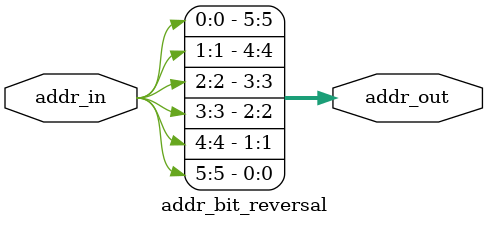
<source format=sv>
module addr_bit_reversal#(parameter RESERVAL_LENGTH = 6)(
    input signed [RESERVAL_LENGTH - 1:0] addr_in ,
    output [RESERVAL_LENGTH - 1:0] addr_out
    );
    
   genvar i;
    generate
    for (i=0; i<RESERVAL_LENGTH; i=i+1) begin: somename
        assign addr_out[i] = addr_in[RESERVAL_LENGTH - 1 -i];
    end
    endgenerate
endmodule

</source>
